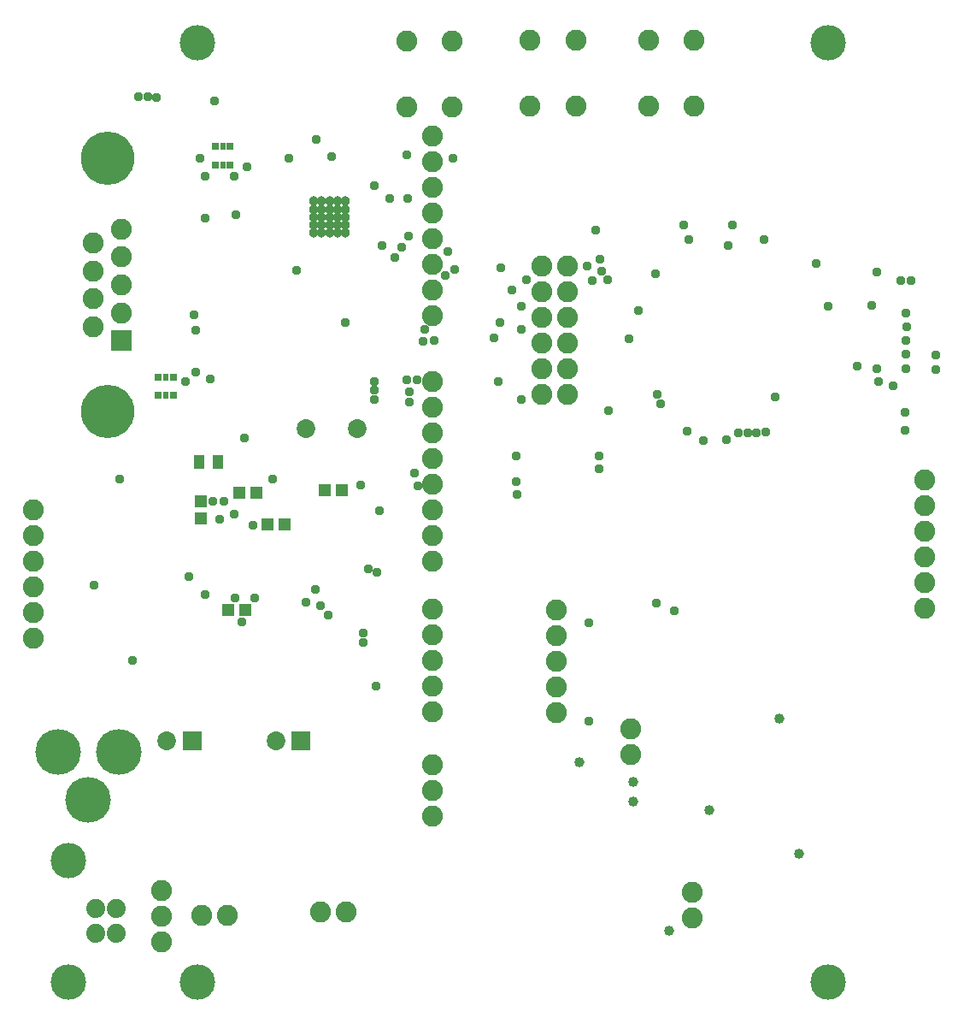
<source format=gbr>
G04 EAGLE Gerber X2 export*
%TF.Part,Single*%
%TF.FileFunction,Soldermask,Bot,1*%
%TF.FilePolarity,Negative*%
%TF.GenerationSoftware,Autodesk,EAGLE,8.6.0*%
%TF.CreationDate,2018-05-31T17:21:58Z*%
G75*
%MOMM*%
%FSLAX34Y34*%
%LPD*%
%AMOC8*
5,1,8,0,0,1.08239X$1,22.5*%
G01*
%ADD10C,1.854200*%
%ADD11R,1.854200X1.854200*%
%ADD12C,4.521200*%
%ADD13C,1.879600*%
%ADD14C,3.505200*%
%ADD15C,2.082800*%
%ADD16R,1.203200X1.303200*%
%ADD17R,1.303200X1.203200*%
%ADD18R,1.003200X1.403200*%
%ADD19C,0.965200*%
%ADD20R,0.803200X0.803200*%
%ADD21R,0.603200X0.803200*%
%ADD22R,2.082800X2.082800*%
%ADD23C,5.283200*%
%ADD24C,0.959600*%
%ADD25C,1.009600*%


D10*
X157363Y292100D03*
D11*
X182363Y292100D03*
D10*
X265313Y292100D03*
D11*
X290313Y292100D03*
D12*
X109695Y280353D03*
X49695Y280353D03*
X79695Y233353D03*
D13*
X107188Y100784D03*
X107188Y125784D03*
X87376Y125784D03*
X87376Y100784D03*
D14*
X60198Y53086D03*
X60198Y173482D03*
D15*
X152083Y143447D03*
X152083Y118047D03*
X152083Y92647D03*
D16*
X191135Y528565D03*
X191135Y511565D03*
D17*
X257248Y506095D03*
X274248Y506095D03*
D18*
X207755Y567690D03*
X189755Y567690D03*
D17*
X229308Y536893D03*
X246308Y536893D03*
D10*
X295085Y601091D03*
X345885Y601091D03*
D17*
X330763Y540068D03*
X313763Y540068D03*
X218513Y421323D03*
X235513Y421323D03*
D15*
X25400Y520700D03*
X25400Y495300D03*
X25400Y469900D03*
X25400Y444500D03*
X25400Y419100D03*
X25400Y393700D03*
X217488Y119063D03*
X192088Y119063D03*
X334963Y122238D03*
X309563Y122238D03*
X517589Y920115D03*
X517589Y985139D03*
X562801Y920115D03*
X562801Y985139D03*
X420688Y646875D03*
X420688Y621475D03*
X420688Y596075D03*
X420688Y570675D03*
X420688Y545275D03*
X420688Y519875D03*
X420688Y494475D03*
X420688Y469075D03*
X420688Y422275D03*
X420688Y396875D03*
X420688Y371475D03*
X420688Y346075D03*
X420688Y320675D03*
X420688Y268288D03*
X420688Y242888D03*
X420688Y217488D03*
X678434Y142240D03*
X678434Y116840D03*
X616712Y303276D03*
X616712Y277876D03*
D19*
X303022Y794258D03*
X303022Y802132D03*
X303022Y810006D03*
X303022Y817880D03*
X303022Y825754D03*
X310896Y794258D03*
X310896Y802132D03*
X310896Y810006D03*
X310896Y817880D03*
X310896Y825754D03*
X318770Y794258D03*
X318770Y802132D03*
X318770Y810006D03*
X318770Y817880D03*
X318770Y825754D03*
X326644Y794258D03*
X326644Y802132D03*
X326644Y810006D03*
X326644Y817880D03*
X326644Y825754D03*
X334518Y794258D03*
X334518Y802132D03*
X334518Y810006D03*
X334518Y817880D03*
X334518Y825754D03*
D20*
X220352Y879712D03*
D21*
X212852Y879712D03*
D20*
X205352Y879712D03*
X220352Y861712D03*
D21*
X212852Y861712D03*
D20*
X205352Y861712D03*
X163964Y651366D03*
D21*
X156464Y651366D03*
D20*
X148964Y651366D03*
X163964Y633366D03*
D21*
X156464Y633366D03*
D20*
X148964Y633366D03*
D15*
X395224Y919226D03*
X395224Y984250D03*
X440436Y919226D03*
X440436Y984250D03*
D22*
X112752Y687550D03*
D15*
X112752Y715250D03*
X112752Y742950D03*
X112752Y770650D03*
X112752Y798350D03*
X84352Y701450D03*
X84352Y729150D03*
X84352Y756750D03*
X84352Y784450D03*
D23*
X98552Y617950D03*
X98552Y867950D03*
D15*
X420688Y890270D03*
X420688Y864870D03*
X420688Y839470D03*
X420688Y814070D03*
X420688Y788670D03*
X420688Y763270D03*
X420688Y737870D03*
X420688Y712470D03*
X543814Y320040D03*
X543814Y345440D03*
X543814Y370840D03*
X543814Y396240D03*
X543814Y421640D03*
D14*
X812800Y53340D03*
X812800Y982980D03*
X187960Y982980D03*
X187960Y53340D03*
D15*
X529336Y762000D03*
X554736Y762000D03*
X529336Y736600D03*
X554736Y736600D03*
X529336Y711200D03*
X554736Y711200D03*
X529336Y685800D03*
X554736Y685800D03*
X529336Y660400D03*
X554736Y660400D03*
X529336Y635000D03*
X554736Y635000D03*
X634746Y920242D03*
X634746Y985266D03*
X679958Y920242D03*
X679958Y985266D03*
X908304Y550164D03*
X908304Y524764D03*
X908304Y499364D03*
X908304Y473964D03*
X908304Y448564D03*
X908304Y423164D03*
D24*
X209550Y511175D03*
X123825Y371475D03*
X244475Y433388D03*
X309563Y425450D03*
D25*
X655320Y103886D03*
X784098Y179832D03*
X695198Y223266D03*
X764540Y313690D03*
D24*
X321056Y870204D03*
X395224Y871474D03*
X237236Y859790D03*
X204978Y925068D03*
X190500Y868680D03*
X175768Y646938D03*
X184658Y713232D03*
X713488Y782094D03*
X674876Y787527D03*
X641604Y754380D03*
X749272Y787527D03*
X575564Y310896D03*
X575564Y408940D03*
X202883Y528638D03*
X242888Y504825D03*
X349250Y544513D03*
X368300Y519113D03*
X111125Y550863D03*
X261938Y550863D03*
X304800Y441325D03*
X410972Y687070D03*
X405384Y648744D03*
X595376Y618236D03*
X625094Y717296D03*
X214313Y528638D03*
X223838Y515938D03*
X234442Y591312D03*
X422656Y687578D03*
X481330Y690880D03*
X390144Y780034D03*
X433578Y752602D03*
X499618Y738124D03*
X860806Y755904D03*
X397002Y790956D03*
X442750Y758190D03*
X513588Y748284D03*
X855726Y722884D03*
X395478Y648744D03*
X363220Y647644D03*
X147574Y928370D03*
X586232Y768378D03*
X812409Y721731D03*
X365563Y458078D03*
X405984Y543878D03*
X397792Y637158D03*
X363220Y638556D03*
X138486Y929132D03*
X615696Y689836D03*
X594614Y747776D03*
X402590Y556514D03*
X397538Y627380D03*
X363220Y629468D03*
X129236Y929182D03*
X582422Y797336D03*
X894588Y747014D03*
X225425Y433388D03*
X231775Y409575D03*
X179388Y454025D03*
X317500Y415925D03*
X352425Y388938D03*
X365125Y346075D03*
X195263Y436563D03*
X295275Y428625D03*
X352425Y398463D03*
X85725Y445770D03*
X200152Y650240D03*
X334518Y705358D03*
X286004Y757682D03*
D25*
X566420Y270764D03*
X619252Y250698D03*
X619506Y231394D03*
D24*
X395986Y828548D03*
X363474Y841502D03*
X278638Y868172D03*
X226060Y812038D03*
X224282Y850900D03*
X195072Y850392D03*
X195326Y808736D03*
X186182Y697738D03*
X185928Y656844D03*
X305562Y886968D03*
X588038Y756598D03*
X643636Y634182D03*
X383032Y769874D03*
X413343Y699020D03*
X356774Y462142D03*
X487906Y705866D03*
X800862Y764540D03*
X435610Y775970D03*
X440688Y867920D03*
X370840Y781812D03*
X573504Y761832D03*
X860806Y660400D03*
X578796Y747240D03*
X862838Y647446D03*
X488162Y759742D03*
X884936Y747014D03*
X508508Y722122D03*
X508508Y699262D03*
X508762Y629412D03*
X876808Y643128D03*
X646430Y625094D03*
X841502Y662686D03*
X378460Y828294D03*
X585724Y573786D03*
X585470Y561086D03*
X660255Y420733D03*
X503936Y548132D03*
X642874Y427736D03*
X504190Y535686D03*
X485874Y646938D03*
X503428Y573786D03*
X669980Y801950D03*
X718060Y802132D03*
X711708Y589506D03*
X689356Y589054D03*
X723686Y596900D03*
X890098Y659932D03*
X732774Y596900D03*
X889508Y674116D03*
X741862Y596646D03*
X889960Y687578D03*
X750950Y596928D03*
X890524Y701802D03*
X759968Y631670D03*
X890016Y715264D03*
X919614Y659130D03*
X889000Y598932D03*
X919614Y673862D03*
X889254Y617220D03*
X672592Y597916D03*
M02*

</source>
